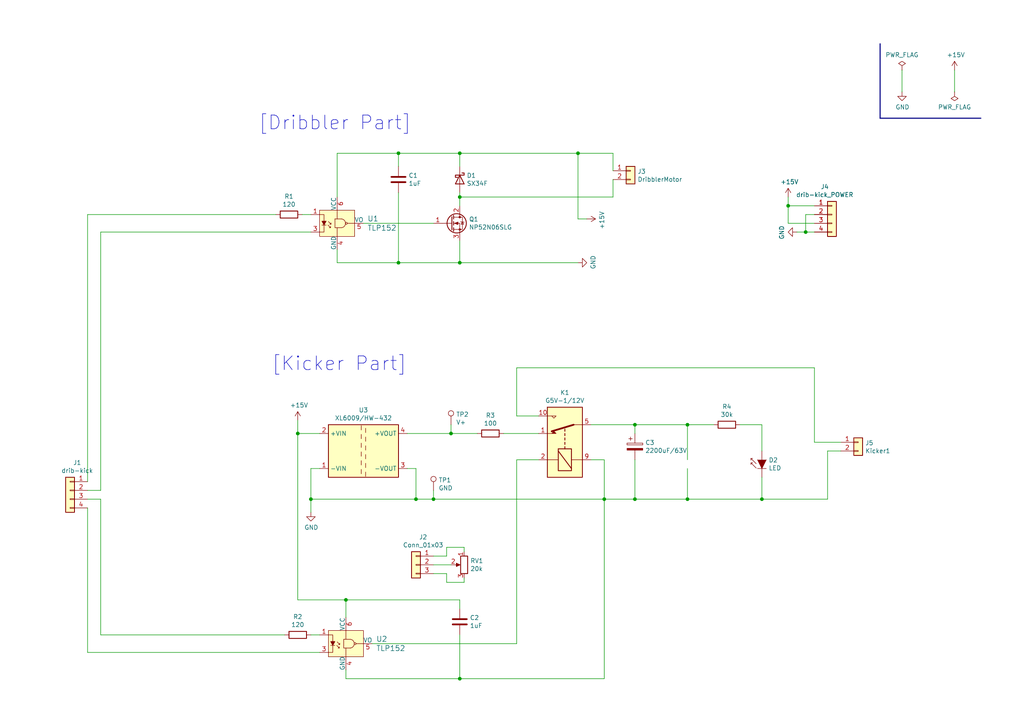
<source format=kicad_sch>
(kicad_sch (version 20211123) (generator eeschema)
  (paper "A4")
  (title_block (title "control board") (date "2021-11-06") (rev "V1.0") (company "Saeki.A"))
  (lib_symbols
    (symbol "1.Robot.prtty:LED" (pin_numbers hide) (pin_names (offset 1.016) hide)
      (property "Reference" "D" (at 0.508 1.778 0))
      (property "Value" "1.Robot.prtty_LED" (at -1.016 -2.794 0))
      (symbol "LED_0_1"
        (polyline (pts (xy -2.54 1.27) (xy -2.54 -1.27)) (stroke (width 0.1524)))
        (polyline (pts (xy 0.381 3.175) (xy -0.127 3.175)))
        (polyline (pts (xy -1.143 1.651) (xy 0.381 3.175) (xy 0.381 2.667)))
        (polyline (pts (xy 0 1.27) (xy -2.54 0) (xy 0 -1.27)) (fill (type outline)))
        (polyline (pts (xy -2.413 1.651) (xy -0.889 3.175) (xy -0.889 2.667) (xy -0.889 3.175) (xy -1.397 3.175)))
      )
      (symbol "LED_1_1"
        (pin passive line (at -5.08 0 0) (length 2.54) (name "K") (number "1"))
        (pin passive line (at 2.54 0 180) (length 2.54) (name "A") (number "2"))
      )
    )
    (symbol "1.Robot.prtty:TLP152" (pin_names (offset 0))
      (property "Reference" "U" (at -7.62 7.62 0))
      (property "Value" "1.Robot.prtty_TLP152" (at 2.54 -5.715 0))
      (symbol "TLP152_0_1"
        (rectangle (start -5.08 3.81) (end 5.08 -3.81) (fill (type background)))
        (polyline (pts (xy -4.445 -0.508) (xy -3.175 -0.508)))
        (polyline (pts (xy -1.905 -1.27) (xy -1.905 -0.889)))
        (polyline (pts (xy -1.778 -0.254) (xy -2.159 -0.254)))
        (polyline (pts (xy -0.635 1.27) (xy 1.27 1.27)))
        (polyline (pts (xy 0 -3.81) (xy 0 -1.27)))
        (polyline (pts (xy 0 3.81) (xy 0 1.27)))
        (polyline (pts (xy 2.921 0) (xy 5.08 0)))
        (polyline (pts (xy -5.08 -2.54) (xy -3.81 -2.54) (xy -3.81 -0.254)))
        (polyline (pts (xy -5.08 2.54) (xy -3.81 2.54) (xy -3.81 0.508)))
        (polyline (pts (xy -2.667 -0.508) (xy -1.905 -1.27) (xy -2.286 -1.27)))
        (polyline (pts (xy -2.54 0.508) (xy -1.778 -0.254) (xy -1.778 0.127)))
        (polyline (pts (xy -0.635 1.27) (xy -0.635 -1.27) (xy 1.27 -1.27)))
        (polyline (pts (xy -4.318 0.635) (xy -3.175 0.635) (xy -3.81 -0.508) (xy -4.445 0.635)) (fill (type outline)))
        (arc (start 1.27 -1.27) (mid 2.4193 0) (end 1.27 1.27))
        (circle (center 2.667 0) (radius 0.2794))
      )
      (symbol "TLP152_1_1"
        (pin passive line (at -7.62 2.54 0) (length 2.54) (name "~") (number "1"))
        (pin passive line (at -7.62 -2.54 0) (length 2.54) (name "~") (number "3"))
        (pin power_in line (at 0 -7.62 90) (length 3.81) (name "GND") (number "4"))
        (pin output line (at 7.62 0 180) (length 2.54) (name "VO") (number "5"))
        (pin power_in line (at 0 7.62 270) (length 3.81) (name "VCC") (number "6"))
      )
    )
    (symbol "Connector:TestPoint" (pin_numbers hide) (pin_names (offset 0.762) hide)
      (property "Reference" "TP" (at 0 6.858 0))
      (property "Value" "TestPoint" (at 0 5.08 0))
      (symbol "TestPoint_0_1"
        (circle (center 0 3.302) (radius 0.762))
      )
      (symbol "TestPoint_1_1"
        (pin passive line (at 0 0 90) (length 2.54) (name "1") (number "1"))
      )
    )
    (symbol "Connector_Generic:Conn_01x02" (pin_names (offset 1.016) hide)
      (property "Reference" "J" (at 0 2.54 0))
      (property "Value" "Conn_01x02" (at 0 -5.08 0))
      (symbol "Conn_01x02_1_1"
        (rectangle (start -1.27 -2.413) (end 0 -2.667) (stroke (width 0.1524)))
        (rectangle (start -1.27 0.127) (end 0 -0.127) (stroke (width 0.1524)))
        (rectangle (start -1.27 1.27) (end 1.27 -3.81) (stroke (width 0.254)) (fill (type background)))
        (pin passive line (at -5.08 0 0) (length 3.81) (name "Pin_1") (number "1"))
        (pin passive line (at -5.08 -2.54 0) (length 3.81) (name "Pin_2") (number "2"))
      )
    )
    (symbol "Connector_Generic:Conn_01x03" (pin_names (offset 1.016) hide)
      (property "Reference" "J" (at 0 5.08 0))
      (property "Value" "Conn_01x03" (at 0 -5.08 0))
      (symbol "Conn_01x03_1_1"
        (rectangle (start -1.27 -2.413) (end 0 -2.667) (stroke (width 0.1524)))
        (rectangle (start -1.27 0.127) (end 0 -0.127) (stroke (width 0.1524)))
        (rectangle (start -1.27 2.667) (end 0 2.413) (stroke (width 0.1524)))
        (rectangle (start -1.27 3.81) (end 1.27 -3.81) (stroke (width 0.254)) (fill (type background)))
        (pin passive line (at -5.08 2.54 0) (length 3.81) (name "Pin_1") (number "1"))
        (pin passive line (at -5.08 0 0) (length 3.81) (name "Pin_2") (number "2"))
        (pin passive line (at -5.08 -2.54 0) (length 3.81) (name "Pin_3") (number "3"))
      )
    )
    (symbol "Connector_Generic:Conn_01x04" (pin_names (offset 1.016) hide)
      (property "Reference" "J" (at 0 5.08 0))
      (property "Value" "Conn_01x04" (at 0 -7.62 0))
      (symbol "Conn_01x04_1_1"
        (rectangle (start -1.27 -4.953) (end 0 -5.207) (stroke (width 0.1524)))
        (rectangle (start -1.27 -2.413) (end 0 -2.667) (stroke (width 0.1524)))
        (rectangle (start -1.27 0.127) (end 0 -0.127) (stroke (width 0.1524)))
        (rectangle (start -1.27 2.667) (end 0 2.413) (stroke (width 0.1524)))
        (rectangle (start -1.27 3.81) (end 1.27 -6.35) (stroke (width 0.254)) (fill (type background)))
        (pin passive line (at -5.08 2.54 0) (length 3.81) (name "Pin_1") (number "1"))
        (pin passive line (at -5.08 0 0) (length 3.81) (name "Pin_2") (number "2"))
        (pin passive line (at -5.08 -2.54 0) (length 3.81) (name "Pin_3") (number "3"))
        (pin passive line (at -5.08 -5.08 0) (length 3.81) (name "Pin_4") (number "4"))
      )
    )
    (symbol "Device:C" (pin_numbers hide) (pin_names (offset 0.254))
      (property "Reference" "C" (at 0.635 2.54 0))
      (property "Value" "C" (at 0.635 -2.54 0))
      (symbol "C_0_1"
        (polyline (pts (xy -2.032 -0.762) (xy 2.032 -0.762)) (stroke (width 0.508)))
        (polyline (pts (xy -2.032 0.762) (xy 2.032 0.762)) (stroke (width 0.508)))
      )
      (symbol "C_1_1"
        (pin passive line (at 0 3.81 270) (length 2.794) (name "~") (number "1"))
        (pin passive line (at 0 -3.81 90) (length 2.794) (name "~") (number "2"))
      )
    )
    (symbol "Device:CP" (pin_numbers hide) (pin_names (offset 0.254))
      (property "Reference" "C" (at 0.635 2.54 0))
      (property "Value" "Device_CP" (at 0.635 -2.54 0))
      (symbol "CP_0_1"
        (rectangle (start -2.286 0.508) (end 2.286 1.016))
        (polyline (pts (xy -1.778 2.286) (xy -0.762 2.286)))
        (polyline (pts (xy -1.27 2.794) (xy -1.27 1.778)))
        (rectangle (start 2.286 -0.508) (end -2.286 -1.016) (fill (type outline)))
      )
      (symbol "CP_1_1"
        (pin passive line (at 0 3.81 270) (length 2.794) (name "~") (number "1"))
        (pin passive line (at 0 -3.81 90) (length 2.794) (name "~") (number "2"))
      )
    )
    (symbol "Device:D_Schottky" (pin_numbers hide) (pin_names (offset 1.016) hide)
      (property "Reference" "D" (at 0 2.54 0))
      (property "Value" "D_Schottky" (at 0 -2.54 0))
      (symbol "D_Schottky_0_1"
        (polyline (pts (xy 1.27 0) (xy -1.27 0)))
        (polyline (pts (xy 1.27 1.27) (xy 1.27 -1.27) (xy -1.27 0) (xy 1.27 1.27)) (stroke (width 0.254)))
        (polyline (pts (xy -1.905 0.635) (xy -1.905 1.27) (xy -1.27 1.27) (xy -1.27 -1.27) (xy -0.635 -1.27) (xy -0.635 -0.635)) (stroke (width 0.254)))
      )
      (symbol "D_Schottky_1_1"
        (pin passive line (at -3.81 0 0) (length 2.54) (name "K") (number "1"))
        (pin passive line (at 3.81 0 180) (length 2.54) (name "A") (number "2"))
      )
    )
    (symbol "Device:R" (pin_numbers hide) (pin_names (offset 0))
      (property "Reference" "R" (at 2.032 0 90))
      (property "Value" "R" (at 0 0 90))
      (symbol "R_0_1"
        (rectangle (start -1.016 -2.54) (end 1.016 2.54) (stroke (width 0.254)))
      )
      (symbol "R_1_1"
        (pin passive line (at 0 3.81 270) (length 1.27) (name "~") (number "1"))
        (pin passive line (at 0 -3.81 90) (length 1.27) (name "~") (number "2"))
      )
    )
    (symbol "Device:R_POT" (pin_names (offset 1.016) hide)
      (property "Reference" "RV" (at -4.445 0 90))
      (property "Value" "Device_R_POT" (at -2.54 0 90))
      (symbol "R_POT_0_1"
        (polyline (pts (xy 2.54 0) (xy 1.524 0)))
        (polyline (pts (xy 1.143 0) (xy 2.286 0.508) (xy 2.286 -0.508) (xy 1.143 0)) (fill (type outline)))
        (rectangle (start 1.016 2.54) (end -1.016 -2.54) (stroke (width 0.254)))
      )
      (symbol "R_POT_1_1"
        (pin passive line (at 0 3.81 270) (length 1.27) (name "1") (number "1"))
        (pin passive line (at 3.81 0 180) (length 1.27) (name "2") (number "2"))
        (pin passive line (at 0 -3.81 90) (length 1.27) (name "3") (number "3"))
      )
    )
    (symbol "Kikker20200725-rescue:TLP157-Akizuki" (pin_names (offset 0))
      (property "Reference" "U" (at -7.62 7.62 0))
      (property "Value" "Kikker20200725-rescue_TLP157-Akizuki" (at 2.54 -5.715 0))
      (symbol "TLP157-Akizuki_0_1"
        (rectangle (start -5.08 3.81) (end 5.08 -3.81) (fill (type background)))
        (polyline (pts (xy -4.445 -0.508) (xy -3.175 -0.508)))
        (polyline (pts (xy -1.905 -1.27) (xy -1.905 -0.889)))
        (polyline (pts (xy -1.778 -0.254) (xy -2.159 -0.254)))
        (polyline (pts (xy -0.635 1.27) (xy 1.27 1.27)))
        (polyline (pts (xy 0 -3.81) (xy 0 -1.27)))
        (polyline (pts (xy 0 3.81) (xy 0 1.27)))
        (polyline (pts (xy 2.921 0) (xy 5.08 0)))
        (polyline (pts (xy -5.08 -2.54) (xy -3.81 -2.54) (xy -3.81 -0.254)))
        (polyline (pts (xy -5.08 2.54) (xy -3.81 2.54) (xy -3.81 0.508)))
        (polyline (pts (xy -2.667 -0.508) (xy -1.905 -1.27) (xy -2.286 -1.27)))
        (polyline (pts (xy -2.54 0.508) (xy -1.778 -0.254) (xy -1.778 0.127)))
        (polyline (pts (xy -0.635 1.27) (xy -0.635 -1.27) (xy 1.27 -1.27)))
        (polyline (pts (xy -4.318 0.635) (xy -3.175 0.635) (xy -3.81 -0.508) (xy -4.445 0.635)) (fill (type outline)))
        (arc (start 1.27 -1.27) (mid 2.4193 0) (end 1.27 1.27))
        (circle (center 2.667 0) (radius 0.2794))
      )
      (symbol "TLP157-Akizuki_1_1"
        (pin passive line (at -7.62 2.54 0) (length 2.54) (name "~") (number "1"))
        (pin passive line (at -7.62 -2.54 0) (length 2.54) (name "~") (number "3"))
        (pin power_in line (at 0 -7.62 90) (length 3.81) (name "GND") (number "4"))
        (pin output line (at 7.62 0 180) (length 2.54) (name "VO") (number "5"))
        (pin power_in line (at 0 7.62 270) (length 3.81) (name "VCC") (number "6"))
      )
    )
    (symbol "Regulator_Switching:CRE1S0305S3C"
      (property "Reference" "U" (at -8.89 8.89 0))
      (property "Value" "CRE1S0305S3C" (at 2.54 8.89 0))
      (symbol "CRE1S0305S3C_0_1"
        (rectangle (start -10.16 7.62) (end 10.16 -7.62) (stroke (width 0.254)) (fill (type background)))
        (polyline (pts (xy -0.635 -5.334) (xy -0.635 -6.604)))
        (polyline (pts (xy -0.635 -2.794) (xy -0.635 -4.064)))
        (polyline (pts (xy -0.635 -0.254) (xy -0.635 -1.524)))
        (polyline (pts (xy -0.635 2.286) (xy -0.635 1.016)))
        (polyline (pts (xy -0.635 4.826) (xy -0.635 3.556)))
        (polyline (pts (xy -0.635 7.366) (xy -0.635 6.096)))
        (polyline (pts (xy 0.635 -7.366) (xy 0.635 -6.096)))
        (polyline (pts (xy 0.635 -4.826) (xy 0.635 -3.556)))
        (polyline (pts (xy 0.635 -2.286) (xy 0.635 -1.016)))
        (polyline (pts (xy 0.635 0.254) (xy 0.635 1.524)))
        (polyline (pts (xy 0.635 2.794) (xy 0.635 4.064)))
        (polyline (pts (xy 0.635 5.334) (xy 0.635 6.604)))
      )
      (symbol "CRE1S0305S3C_1_1"
        (pin power_in line (at -12.7 -5.08 0) (length 2.54) (name "-VIN") (number "1"))
        (pin power_in line (at -12.7 5.08 0) (length 2.54) (name "+VIN") (number "2"))
        (pin power_out line (at 12.7 -5.08 180) (length 2.54) (name "-VOUT") (number "3"))
        (pin power_out line (at 12.7 5.08 180) (length 2.54) (name "+VOUT") (number "4"))
      )
    )
    (symbol "Relay:G5V-1"
      (property "Reference" "K" (at 11.43 3.81 0))
      (property "Value" "G5V-1" (at 11.43 1.27 0))
      (symbol "G5V-1_0_0"
        (polyline (pts (xy 7.62 5.08) (xy 7.62 2.54) (xy 6.985 3.175) (xy 7.62 3.81)))
      )
      (symbol "G5V-1_0_1"
        (rectangle (start -10.16 5.08) (end 10.16 -5.08) (stroke (width 0.254)) (fill (type background)))
        (rectangle (start -8.255 1.905) (end -1.905 -1.905) (stroke (width 0.254)))
        (polyline (pts (xy -7.62 -1.905) (xy -2.54 1.905)) (stroke (width 0.254)))
        (polyline (pts (xy -5.08 -5.08) (xy -5.08 -1.905)))
        (polyline (pts (xy -5.08 5.08) (xy -5.08 1.905)))
        (polyline (pts (xy -1.905 0) (xy -1.27 0)) (stroke (width 0.254)))
        (polyline (pts (xy -0.635 0) (xy 0 0)) (stroke (width 0.254)))
        (polyline (pts (xy 0.635 0) (xy 1.27 0)) (stroke (width 0.254)))
        (polyline (pts (xy 1.905 0) (xy 2.54 0)) (stroke (width 0.254)))
        (polyline (pts (xy 3.175 0) (xy 3.81 0)) (stroke (width 0.254)))
        (polyline (pts (xy 5.08 -2.54) (xy 3.175 3.81)) (stroke (width 0.508)))
        (polyline (pts (xy 5.08 -2.54) (xy 5.08 -5.08)))
        (polyline (pts (xy 2.54 5.08) (xy 2.54 2.54) (xy 3.175 3.175) (xy 2.54 3.81)) (fill (type outline)))
      )
      (symbol "G5V-1_1_1"
        (pin passive line (at 2.54 7.62 270) (length 2.54) (name "~") (number "1"))
        (pin passive line (at 7.62 7.62 270) (length 2.54) (name "~") (number "10"))
        (pin passive line (at -5.08 7.62 270) (length 2.54) (name "~") (number "2"))
        (pin passive line (at 5.08 -7.62 90) (length 2.54) (name "~") (number "5"))
        (pin passive line (at 5.08 -7.62 90) (length 2.54) hide (name "~") (number "6"))
        (pin passive line (at -5.08 -7.62 90) (length 2.54) (name "~") (number "9"))
      )
    )
    (symbol "Transistor_FET:NP52N06SLG" (pin_names hide)
      (property "Reference" "Q" (at 5.08 1.905 0))
      (property "Value" "Transistor_FET_NP52N06SLG" (at 5.08 0 0))
      (symbol "NP52N06SLG_0_1"
        (polyline (pts (xy 0.254 0) (xy -2.54 0)))
        (polyline (pts (xy 0.254 1.905) (xy 0.254 -1.905)) (stroke (width 0.254)))
        (polyline (pts (xy 0.762 -1.27) (xy 0.762 -2.286)) (stroke (width 0.254)))
        (polyline (pts (xy 0.762 0.508) (xy 0.762 -0.508)) (stroke (width 0.254)))
        (polyline (pts (xy 0.762 2.286) (xy 0.762 1.27)) (stroke (width 0.254)))
        (polyline (pts (xy 2.54 2.54) (xy 2.54 1.778)))
        (polyline (pts (xy 2.54 -2.54) (xy 2.54 0) (xy 0.762 0)))
        (polyline (pts (xy 0.762 -1.778) (xy 3.302 -1.778) (xy 3.302 1.778) (xy 0.762 1.778)))
        (polyline (pts (xy 1.016 0) (xy 2.032 0.381) (xy 2.032 -0.381) (xy 1.016 0)) (fill (type outline)))
        (polyline (pts (xy 2.794 0.508) (xy 2.921 0.381) (xy 3.683 0.381) (xy 3.81 0.254)))
        (polyline (pts (xy 3.302 0.381) (xy 2.921 -0.254) (xy 3.683 -0.254) (xy 3.302 0.381)))
        (circle (center 1.651 0) (radius 2.794) (stroke (width 0.254)))
        (circle (center 2.54 -1.778) (radius 0.254) (fill (type outline)))
        (circle (center 2.54 1.778) (radius 0.254) (fill (type outline)))
      )
      (symbol "NP52N06SLG_1_1"
        (pin input line (at -5.08 0 0) (length 2.54) (name "G") (number "1"))
        (pin passive line (at 2.54 5.08 270) (length 2.54) (name "D") (number "2"))
        (pin passive line (at 2.54 -5.08 90) (length 2.54) (name "S") (number "3"))
      )
    )
    (symbol "power:+15V" (power) (pin_names (offset 0))
      (property "Value" "+15V" (at 0 3.556 0))
      (symbol "+15V_0_1"
        (polyline (pts (xy -0.762 1.27) (xy 0 2.54)))
        (polyline (pts (xy 0 0) (xy 0 2.54)))
        (polyline (pts (xy 0 2.54) (xy 0.762 1.27)))
      )
      (symbol "+15V_1_1"
        (pin power_in line (at 0 0 90) (length 0) hide (name "+15V") (number "1"))
      )
    )
    (symbol "power:GND" (power) (pin_names (offset 0))
      (property "Value" "GND" (at 0 -3.81 0))
      (symbol "GND_0_1"
        (polyline (pts (xy 0 0) (xy 0 -1.27) (xy 1.27 -1.27) (xy 0 -2.54) (xy -1.27 -1.27) (xy 0 -1.27)))
      )
      (symbol "GND_1_1"
        (pin power_in line (at 0 0 270) (length 0) hide (name "GND") (number "1"))
      )
    )
    (symbol "power:PWR_FLAG" (power) (pin_numbers hide) (pin_names (offset 0) hide)
      (property "Value" "PWR_FLAG" (at 0 3.81 0))
      (symbol "PWR_FLAG_0_0"
        (pin power_out line (at 0 0 90) (length 0) (name "pwr") (number "1"))
      )
      (symbol "PWR_FLAG_0_1"
        (polyline (pts (xy 0 0) (xy 0 1.27) (xy -1.016 1.905) (xy 0 2.54) (xy 1.016 1.905) (xy 0 1.27)))
      )
    )
  )
  (junction (at 220.98 144.78))
  (junction (at 199.39 144.78))
  (junction (at 133.35 57.15))
  (junction (at 125.73 144.78))
  (junction (at 184.15 144.78))
  (junction (at 115.57 44.45))
  (junction (at 228.6 59.69))
  (junction (at 120.65 144.78))
  (junction (at 90.17 144.78))
  (junction (at 167.64 44.45))
  (junction (at 133.35 196.85))
  (junction (at 100.33 173.99))
  (junction (at 233.68 67.31))
  (junction (at 199.39 123.19))
  (junction (at 133.35 76.2))
  (junction (at 86.36 125.73))
  (junction (at 130.81 125.73))
  (junction (at 175.26 144.78))
  (junction (at 184.15 123.19))
  (junction (at 133.35 44.45))
  (junction (at 115.57 76.2))
  (wire (pts (xy 25.4 142.24) (xy 29.21 142.24)))
  (wire (pts (xy 29.21 144.78) (xy 29.21 184.15)))
  (wire (pts (xy 133.35 59.69) (xy 133.35 57.15)))
  (wire (pts (xy 120.65 135.89) (xy 118.11 135.89)))
  (wire (pts (xy 125.73 161.29) (xy 129.54 161.29)))
  (wire (pts (xy 133.35 173.99) (xy 133.35 176.53)))
  (bus (pts (xy 255.27 12.7) (xy 255.27 34.29)))
  (wire (pts (xy 167.64 63.5) (xy 170.18 63.5)))
  (wire (pts (xy 175.26 133.35) (xy 171.45 133.35)))
  (wire (pts (xy 236.22 64.77) (xy 228.6 64.77)))
  (wire (pts (xy 175.26 144.78) (xy 175.26 196.85)))
  (wire (pts (xy 100.33 173.99) (xy 100.33 179.07)))
  (wire (pts (xy 228.6 59.69) (xy 236.22 59.69)))
  (wire (pts (xy 133.35 57.15) (xy 177.8 57.15)))
  (wire (pts (xy 29.21 142.24) (xy 29.21 67.31)))
  (wire (pts (xy 107.95 186.69) (xy 149.86 186.69)))
  (wire (pts (xy 149.86 106.68) (xy 236.22 106.68)))
  (wire (pts (xy 228.6 64.77) (xy 228.6 59.69)))
  (wire (pts (xy 184.15 144.78) (xy 199.39 144.78)))
  (wire (pts (xy 115.57 44.45) (xy 115.57 48.26)))
  (wire (pts (xy 261.62 20.32) (xy 261.62 26.67)))
  (wire (pts (xy 175.26 144.78) (xy 184.15 144.78)))
  (wire (pts (xy 92.71 135.89) (xy 90.17 135.89)))
  (wire (pts (xy 97.79 44.45) (xy 115.57 44.45)))
  (wire (pts (xy 86.36 121.92) (xy 86.36 125.73)))
  (wire (pts (xy 29.21 184.15) (xy 82.55 184.15)))
  (wire (pts (xy 146.05 125.73) (xy 156.21 125.73)))
  (wire (pts (xy 156.21 120.65) (xy 149.86 120.65)))
  (wire (pts (xy 97.79 57.15) (xy 97.79 44.45)))
  (wire (pts (xy 90.17 184.15) (xy 92.71 184.15)))
  (wire (pts (xy 100.33 173.99) (xy 133.35 173.99)))
  (wire (pts (xy 134.62 168.91) (xy 134.62 167.64)))
  (wire (pts (xy 171.45 123.19) (xy 184.15 123.19)))
  (wire (pts (xy 25.4 189.23) (xy 25.4 147.32)))
  (wire (pts (xy 90.17 144.78) (xy 90.17 148.59)))
  (wire (pts (xy 133.35 44.45) (xy 167.64 44.45)))
  (wire (pts (xy 25.4 144.78) (xy 29.21 144.78)))
  (wire (pts (xy 236.22 62.23) (xy 233.68 62.23)))
  (wire (pts (xy 214.63 123.19) (xy 220.98 123.19)))
  (wire (pts (xy 184.15 123.19) (xy 199.39 123.19)))
  (wire (pts (xy 125.73 163.83) (xy 130.81 163.83)))
  (wire (pts (xy 29.21 67.31) (xy 90.17 67.31)))
  (wire (pts (xy 236.22 128.27) (xy 243.84 128.27)))
  (wire (pts (xy 133.35 76.2) (xy 133.35 69.85)))
  (wire (pts (xy 120.65 144.78) (xy 125.73 144.78)))
  (wire (pts (xy 115.57 76.2) (xy 133.35 76.2)))
  (wire (pts (xy 129.54 158.75) (xy 134.62 158.75)))
  (wire (pts (xy 133.35 196.85) (xy 175.26 196.85)))
  (wire (pts (xy 134.62 158.75) (xy 134.62 160.02)))
  (wire (pts (xy 125.73 144.78) (xy 175.26 144.78)))
  (wire (pts (xy 115.57 55.88) (xy 115.57 76.2)))
  (wire (pts (xy 100.33 196.85) (xy 133.35 196.85)))
  (wire (pts (xy 105.41 64.77) (xy 125.73 64.77)))
  (wire (pts (xy 199.39 144.78) (xy 220.98 144.78)))
  (wire (pts (xy 115.57 44.45) (xy 133.35 44.45)))
  (wire (pts (xy 133.35 184.15) (xy 133.35 196.85)))
  (wire (pts (xy 199.39 123.19) (xy 199.39 133.35)))
  (wire (pts (xy 220.98 144.78) (xy 240.03 144.78)))
  (wire (pts (xy 130.81 123.19) (xy 130.81 125.73)))
  (wire (pts (xy 199.39 135.89) (xy 199.39 144.78)))
  (wire (pts (xy 233.68 62.23) (xy 233.68 67.31)))
  (wire (pts (xy 199.39 123.19) (xy 207.01 123.19)))
  (wire (pts (xy 276.86 20.32) (xy 276.86 26.67)))
  (bus (pts (xy 255.27 34.29) (xy 284.48 34.29)))
  (wire (pts (xy 175.26 144.78) (xy 175.26 133.35)))
  (wire (pts (xy 86.36 125.73) (xy 86.36 173.99)))
  (wire (pts (xy 118.11 125.73) (xy 130.81 125.73)))
  (wire (pts (xy 149.86 133.35) (xy 156.21 133.35)))
  (wire (pts (xy 90.17 135.89) (xy 90.17 144.78)))
  (wire (pts (xy 129.54 166.37) (xy 129.54 168.91)))
  (wire (pts (xy 177.8 44.45) (xy 177.8 49.53)))
  (wire (pts (xy 129.54 168.91) (xy 134.62 168.91)))
  (wire (pts (xy 25.4 139.7) (xy 25.4 62.23)))
  (wire (pts (xy 177.8 52.07) (xy 177.8 57.15)))
  (wire (pts (xy 97.79 72.39) (xy 97.79 76.2)))
  (wire (pts (xy 240.03 130.81) (xy 240.03 144.78)))
  (wire (pts (xy 149.86 120.65) (xy 149.86 106.68)))
  (wire (pts (xy 220.98 123.19) (xy 220.98 130.81)))
  (wire (pts (xy 133.35 76.2) (xy 167.64 76.2)))
  (wire (pts (xy 25.4 189.23) (xy 92.71 189.23)))
  (wire (pts (xy 236.22 106.68) (xy 236.22 128.27)))
  (wire (pts (xy 231.14 67.31) (xy 233.68 67.31)))
  (wire (pts (xy 125.73 142.24) (xy 125.73 144.78)))
  (wire (pts (xy 90.17 144.78) (xy 120.65 144.78)))
  (wire (pts (xy 87.63 62.23) (xy 90.17 62.23)))
  (wire (pts (xy 184.15 133.35) (xy 184.15 144.78)))
  (wire (pts (xy 100.33 194.31) (xy 100.33 196.85)))
  (wire (pts (xy 125.73 166.37) (xy 129.54 166.37)))
  (wire (pts (xy 149.86 133.35) (xy 149.86 186.69)))
  (wire (pts (xy 97.79 76.2) (xy 115.57 76.2)))
  (wire (pts (xy 86.36 125.73) (xy 92.71 125.73)))
  (wire (pts (xy 220.98 138.43) (xy 220.98 144.78)))
  (wire (pts (xy 129.54 161.29) (xy 129.54 158.75)))
  (wire (pts (xy 120.65 144.78) (xy 120.65 135.89)))
  (wire (pts (xy 233.68 67.31) (xy 236.22 67.31)))
  (wire (pts (xy 228.6 57.15) (xy 228.6 59.69)))
  (wire (pts (xy 86.36 173.99) (xy 100.33 173.99)))
  (wire (pts (xy 130.81 125.73) (xy 138.43 125.73)))
  (wire (pts (xy 133.35 48.26) (xy 133.35 44.45)))
  (wire (pts (xy 243.84 130.81) (xy 240.03 130.81)))
  (wire (pts (xy 167.64 44.45) (xy 167.64 63.5)))
  (wire (pts (xy 184.15 123.19) (xy 184.15 125.73)))
  (wire (pts (xy 133.35 57.15) (xy 133.35 55.88)))
  (wire (pts (xy 25.4 62.23) (xy 80.01 62.23)))
  (wire (pts (xy 167.64 44.45) (xy 177.8 44.45)))
  (text "[Kicker Part]" (at 78.74 107.95 0) (effects (font (size 3.9878 3.9878)) (justify left bottom)))
  (text "[Dribbler Part]" (at 74.93 38.1 0) (effects (font (size 3.9878 3.9878)) (justify left bottom)))
  (symbol (lib_id "Device:C") (at 115.57 52.07 0) (unit 1)
    (property "Reference" "C1" (at 118.491 50.9016 0) (effects (justify left)))
    (property "Value" "1uF" (at 118.491 53.213 0) (effects (justify left)))
    (property "Footprint" "Capacitor_SMD:C_0603_1608Metric_Pad1.08x0.95mm_HandSolder" (effects hide))
  )
  (symbol (lib_id "Kikker20200725-rescue:TLP157-Akizuki") (at 100.33 186.69 0) (unit 1)
    (property "Reference" "U2" (at 109.0676 185.3438 0) (effects (font (size 1.524 1.524)) (justify left)))
    (property "Value" "TLP152" (at 109.0676 188.0362 0) (effects (font (size 1.524 1.524)) (justify left)))
    (property "Footprint" "0.main.robot:TLP152" (effects hide))
  )
  (symbol (lib_id "Device:D_Schottky") (at 133.35 52.07 270) (unit 1)
    (property "Reference" "D1" (at 135.3566 50.9016 90) (effects (justify left)))
    (property "Value" "SX34F" (at 135.3566 53.213 90) (effects (justify left)))
    (property "Footprint" "Diode_SMD:D_SMA" (effects hide))
  )
  (symbol (lib_id "power:GND") (at 261.62 26.67 0) (unit 1)
    (property "Reference" "#PWR0107" (effects hide))
    (property "Value" "GND" (at 261.747 31.0642 0))
  )
  (symbol (lib_id "Connector:TestPoint") (at 125.73 142.24 0) (unit 1)
    (property "Reference" "TP1" (at 127.2032 139.2428 0) (effects (justify left)))
    (property "Value" "GND" (at 127.2032 141.5542 0) (effects (justify left)))
    (property "Footprint" "TestPoint:TestPoint_Loop_D2.60mm_Drill0.9mm_Beaded" (effects hide))
  )
  (symbol (lib_id "Device:R") (at 83.82 62.23 270) (unit 1)
    (property "Reference" "R1" (at 83.82 56.9722 90))
    (property "Value" "120" (at 83.82 59.2836 90))
    (property "Footprint" "Resistor_SMD:R_0603_1608Metric_Pad0.98x0.95mm_HandSolder" (effects hide))
  )
  (symbol (lib_id "Device:R") (at 86.36 184.15 270) (unit 1)
    (property "Reference" "R2" (at 86.36 178.8922 90))
    (property "Value" "120" (at 86.36 181.2036 90))
    (property "Footprint" "Resistor_SMD:R_0603_1608Metric_Pad0.98x0.95mm_HandSolder" (effects hide))
  )
  (symbol (lib_id "Device:C") (at 133.35 180.34 0) (unit 1)
    (property "Reference" "C2" (at 136.271 179.1716 0) (effects (justify left)))
    (property "Value" "1uF" (at 136.271 181.483 0) (effects (justify left)))
    (property "Footprint" "Capacitor_SMD:C_0603_1608Metric_Pad1.08x0.95mm_HandSolder" (effects hide))
  )
  (symbol (lib_id "Connector_Generic:Conn_01x04") (at 241.3 62.23 0) (unit 1)
    (property "Reference" "J4" (at 239.2172 54.1782 0))
    (property "Value" "drib-kick_POWER" (at 239.2172 56.4896 0))
    (property "Footprint" "Connector_PinHeader_2.54mm:PinHeader_1x04_P2.54mm_Vertical" (effects hide))
  )
  (symbol (lib_id "Connector:TestPoint") (at 130.81 123.19 0) (unit 1)
    (property "Reference" "TP2" (at 132.2832 120.1928 0) (effects (justify left)))
    (property "Value" "V+" (at 132.2832 122.5042 0) (effects (justify left)))
    (property "Footprint" "TestPoint:TestPoint_Loop_D2.60mm_Drill0.9mm_Beaded" (effects hide))
  )
  (symbol (lib_id "Connector_Generic:Conn_01x02") (at 248.92 128.27 0) (unit 1)
    (property "Reference" "J5" (at 250.952 128.4732 0) (effects (justify left)))
    (property "Value" "Kicker1" (at 250.952 130.7846 0) (effects (justify left)))
    (property "Footprint" "Connector_JST:JST_XH_B2B-XH-A_1x02_P2.50mm_Vertical" (effects hide))
  )
  (symbol (lib_id "power:PWR_FLAG") (at 261.62 20.32 0) (unit 1)
    (property "Reference" "#FLG0101" (effects hide))
    (property "Value" "PWR_FLAG" (at 261.62 15.9258 0))
  )
  (symbol (lib_id "power:GND") (at 90.17 148.59 0) (unit 1)
    (property "Reference" "#PWR0104" (effects hide))
    (property "Value" "GND" (at 90.297 152.9842 0))
  )
  (symbol (lib_id "Device:R") (at 210.82 123.19 90) (unit 1)
    (property "Reference" "R4" (at 210.82 117.9322 90))
    (property "Value" "30k" (at 210.82 120.2436 90))
    (property "Footprint" "Resistor_THT:R_Axial_DIN0204_L3.6mm_D1.6mm_P5.08mm_Horizontal" (effects hide))
  )
  (symbol (lib_id "1.Robot.prtty:TLP152") (at 97.79 64.77 0) (unit 1)
    (property "Reference" "U1" (at 106.5276 63.4238 0) (effects (font (size 1.524 1.524)) (justify left)))
    (property "Value" "TLP152" (at 106.5276 66.1162 0) (effects (font (size 1.524 1.524)) (justify left)))
    (property "Footprint" "0.main.robot:TLP152" (effects hide))
  )
  (symbol (lib_id "Connector_Generic:Conn_01x02") (at 182.88 49.53 0) (unit 1)
    (property "Reference" "J3" (at 184.912 49.7332 0) (effects (justify left)))
    (property "Value" "DribblerMotor" (at 184.912 52.0446 0) (effects (justify left)))
    (property "Footprint" "Connector_JST:JST_XH_B2B-XH-A_1x02_P2.50mm_Vertical" (effects hide))
  )
  (symbol (lib_id "power:PWR_FLAG") (at 276.86 26.67 180) (unit 1)
    (property "Reference" "#FLG0102" (effects hide))
    (property "Value" "PWR_FLAG" (at 276.86 31.0642 0))
  )
  (symbol (lib_id "Connector_Generic:Conn_01x04") (at 20.32 142.24 0) (mirror y) (unit 1)
    (property "Reference" "J1" (at 22.4028 134.1882 0))
    (property "Value" "drib-kick" (at 22.4028 136.4996 0))
    (property "Footprint" "Connector_PinHeader_2.54mm:PinHeader_1x04_P2.54mm_Vertical" (effects hide))
  )
  (symbol (lib_id "power:+15V") (at 276.86 20.32 0) (unit 1)
    (property "Reference" "#PWR0106" (effects hide))
    (property "Value" "+15V" (at 277.241 15.9258 0))
  )
  (symbol (lib_id "power:GND") (at 167.64 76.2 90) (unit 1)
    (property "Reference" "#PWR0101" (effects hide))
    (property "Value" "GND" (at 172.0342 76.073 0))
  )
  (symbol (lib_id "Device:R") (at 142.24 125.73 270) (unit 1)
    (property "Reference" "R3" (at 142.24 120.4722 90))
    (property "Value" "100" (at 142.24 122.7836 90))
    (property "Footprint" "Resistor_THT:R_Axial_DIN0411_L9.9mm_D3.6mm_P20.32mm_Horizontal" (effects hide))
  )
  (symbol (lib_id "power:+15V") (at 228.6 57.15 0) (unit 1)
    (property "Reference" "#PWR0108" (effects hide))
    (property "Value" "+15V" (at 228.981 52.7558 0))
  )
  (symbol (lib_id "power:GND") (at 231.14 67.31 270) (unit 1)
    (property "Reference" "#PWR0109" (effects hide))
    (property "Value" "GND" (at 226.7458 67.437 0))
  )
  (symbol (lib_id "Device:R_POT") (at 134.62 163.83 0) (mirror y) (unit 1)
    (property "Reference" "RV1" (at 136.398 162.6616 0) (effects (justify right)))
    (property "Value" "20k" (at 136.398 164.973 0) (effects (justify right)))
    (property "Footprint" "0.main.robot:Trim-GF063X" (effects hide))
  )
  (symbol (lib_id "power:+15V") (at 86.36 121.92 0) (unit 1)
    (property "Reference" "#PWR0103" (effects hide))
    (property "Value" "+15V" (at 86.741 117.5258 0))
  )
  (symbol (lib_id "Transistor_FET:NP52N06SLG") (at 130.81 64.77 0) (unit 1)
    (property "Reference" "Q1" (at 136.017 63.6016 0) (effects (justify left)))
    (property "Value" "NP52N06SLG" (at 136.017 65.913 0) (effects (justify left)))
    (property "Footprint" "Package_TO_SOT_SMD:TO-252-2" (effects hide))
    (property "Datasheet" "https://www.infineon.com/dgdl/Infineon-IPD50R380CE-DS-v02_01-en.pdf?fileId=db3a30433ecb86d4013ed0a2ef580f38" (effects hide))
  )
  (symbol (lib_id "Connector_Generic:Conn_01x03") (at 120.65 163.83 0) (mirror y) (unit 1)
    (property "Reference" "J2" (at 122.7328 155.7782 0))
    (property "Value" "Conn_01x03" (at 122.7328 158.0896 0))
    (property "Footprint" "Connector_PinHeader_2.54mm:PinHeader_1x03_P2.54mm_Vertical" (effects hide))
  )
  (symbol (lib_id "Device:CP") (at 184.15 129.54 0) (unit 1)
    (property "Reference" "C3" (at 187.1472 128.3716 0) (effects (justify left)))
    (property "Value" "2200uF/63V" (at 187.1472 130.683 0) (effects (justify left)))
    (property "Footprint" "Capacitor_THT:CP_Radial_D16.0mm_P7.50mm" (effects hide))
  )
  (symbol (lib_id "Regulator_Switching:CRE1S0305S3C") (at 105.41 130.81 0) (unit 1)
    (property "Reference" "U3" (at 105.41 118.9482 0))
    (property "Value" "XL6009/HW-432" (at 105.41 121.2596 0))
    (property "Footprint" "0.main.robot:XL6009_HW432" (effects hide))
    (property "Datasheet" "http://power.murata.com/datasheet?/data/power/ncl/kdc_cre1.pdf" (effects hide))
  )
  (symbol (lib_id "Relay:G5V-1") (at 163.83 128.27 90) (unit 1)
    (property "Reference" "K1" (at 163.83 113.8682 90))
    (property "Value" "G5V-1/12V" (at 163.83 116.1796 90))
    (property "Footprint" "Relay_THT:Relay_SPDT_Omron_G5V-1" (effects hide))
    (property "Datasheet" "http://omronfs.omron.com/en_US/ecb/products/pdf/en-g5v_1.pdf" (effects hide))
  )
  (symbol (lib_id "1.Robot.prtty:LED") (at 220.98 133.35 90) (unit 1)
    (property "Reference" "D2" (at 222.9358 133.4516 90) (effects (justify right)))
    (property "Value" "LED" (at 222.9358 135.763 90) (effects (justify right)))
    (property "Footprint" "LED_SMD:LED_0603_1608Metric_Pad1.05x0.95mm_HandSolder" (effects hide))
  )
  (symbol (lib_id "power:+15V") (at 170.18 63.5 270) (unit 1)
    (property "Reference" "#PWR0102" (effects hide))
    (property "Value" "+15V" (at 174.5742 63.881 0))
  )
)
</source>
